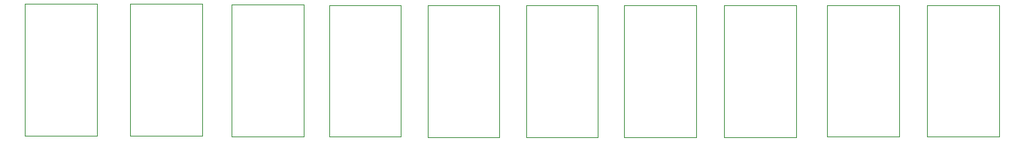
<source format=gbr>
%TF.GenerationSoftware,KiCad,Pcbnew,7.0.6*%
%TF.CreationDate,2023-07-20T19:54:13+05:30*%
%TF.ProjectId,trainer kit arduino proto,74726169-6e65-4722-906b-697420617264,rev?*%
%TF.SameCoordinates,Original*%
%TF.FileFunction,Legend,Bot*%
%TF.FilePolarity,Positive*%
%FSLAX46Y46*%
G04 Gerber Fmt 4.6, Leading zero omitted, Abs format (unit mm)*
G04 Created by KiCad (PCBNEW 7.0.6) date 2023-07-20 19:54:13*
%MOMM*%
%LPD*%
G01*
G04 APERTURE LIST*
%ADD10C,0.100000*%
G04 APERTURE END LIST*
D10*
%TO.C,SW10*%
X102550000Y-130600000D02*
X110650000Y-130600000D01*
X110650000Y-130600000D02*
X110650000Y-115720000D01*
X110650000Y-115720000D02*
X102550000Y-115720000D01*
X102550000Y-115720000D02*
X102550000Y-130600000D01*
%TO.C,SW9*%
X91300000Y-130600000D02*
X99400000Y-130600000D01*
X99400000Y-130600000D02*
X99400000Y-115720000D01*
X99400000Y-115720000D02*
X91300000Y-115720000D01*
X91300000Y-115720000D02*
X91300000Y-130600000D01*
%TO.C,SW8*%
X79700000Y-130650000D02*
X87800000Y-130650000D01*
X87800000Y-130650000D02*
X87800000Y-115770000D01*
X87800000Y-115770000D02*
X79700000Y-115770000D01*
X79700000Y-115770000D02*
X79700000Y-130650000D01*
%TO.C,SW7*%
X68450000Y-130650000D02*
X76550000Y-130650000D01*
X76550000Y-130650000D02*
X76550000Y-115770000D01*
X76550000Y-115770000D02*
X68450000Y-115770000D01*
X68450000Y-115770000D02*
X68450000Y-130650000D01*
%TO.C,SW6*%
X57400000Y-130650000D02*
X65500000Y-130650000D01*
X65500000Y-130650000D02*
X65500000Y-115770000D01*
X65500000Y-115770000D02*
X57400000Y-115770000D01*
X57400000Y-115770000D02*
X57400000Y-130650000D01*
%TO.C,SW5*%
X46300000Y-130650000D02*
X54400000Y-130650000D01*
X54400000Y-130650000D02*
X54400000Y-115770000D01*
X54400000Y-115770000D02*
X46300000Y-115770000D01*
X46300000Y-115770000D02*
X46300000Y-130650000D01*
%TO.C,SW4*%
X35200000Y-130600000D02*
X43300000Y-130600000D01*
X43300000Y-130600000D02*
X43300000Y-115720000D01*
X43300000Y-115720000D02*
X35200000Y-115720000D01*
X35200000Y-115720000D02*
X35200000Y-130600000D01*
%TO.C,SW3*%
X24250000Y-130550000D02*
X32350000Y-130550000D01*
X32350000Y-130550000D02*
X32350000Y-115670000D01*
X32350000Y-115670000D02*
X24250000Y-115670000D01*
X24250000Y-115670000D02*
X24250000Y-130550000D01*
%TO.C,SW2*%
X12800000Y-130500000D02*
X20900000Y-130500000D01*
X20900000Y-130500000D02*
X20900000Y-115620000D01*
X20900000Y-115620000D02*
X12800000Y-115620000D01*
X12800000Y-115620000D02*
X12800000Y-130500000D01*
%TO.C,SW1*%
X950000Y-130450000D02*
X9050000Y-130450000D01*
X9050000Y-130450000D02*
X9050000Y-115570000D01*
X9050000Y-115570000D02*
X950000Y-115570000D01*
X950000Y-115570000D02*
X950000Y-130450000D01*
%TD*%
M02*

</source>
